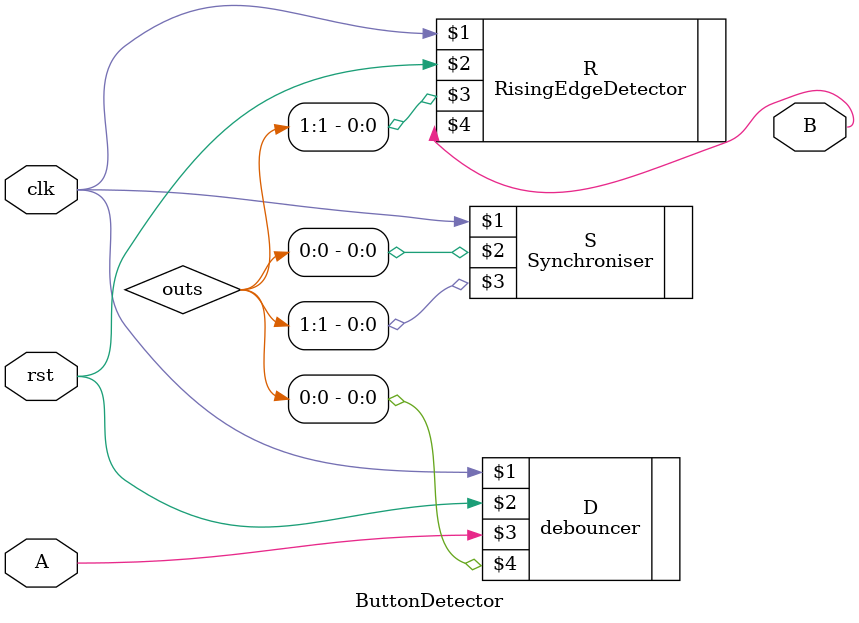
<source format=v>
`timescale 1ns / 1ps


module ButtonDetector(input clk, input rst, input A, output B);
wire clkout;
wire [1:0] outs;

debouncer D(clk, rst, A, outs[0]);
Synchroniser S(clk,outs[0], outs[1]);
RisingEdgeDetector R(clk, rst, outs[1], B);
endmodule

</source>
